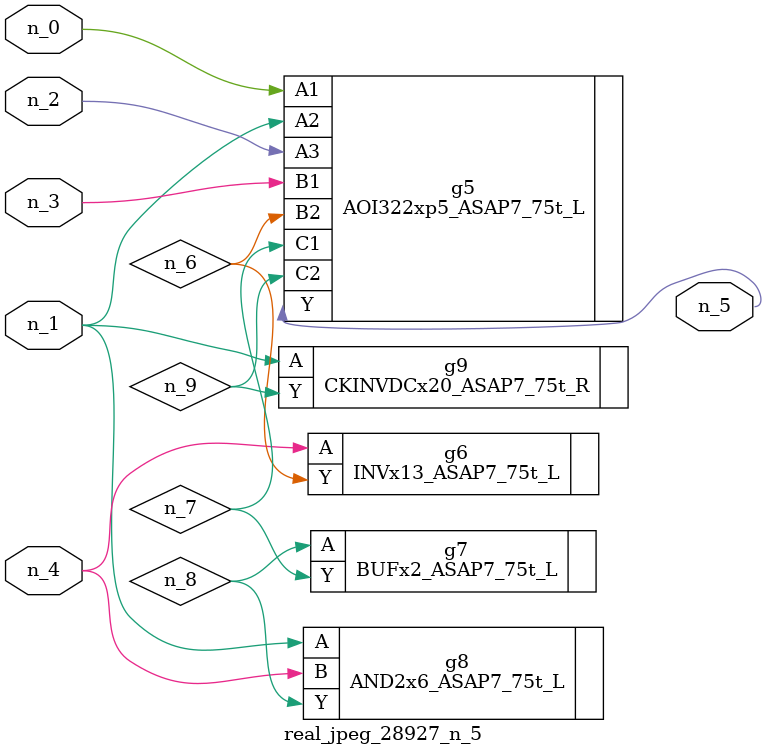
<source format=v>
module real_jpeg_28927_n_5 (n_4, n_0, n_1, n_2, n_3, n_5);

input n_4;
input n_0;
input n_1;
input n_2;
input n_3;

output n_5;

wire n_8;
wire n_6;
wire n_7;
wire n_9;

AOI322xp5_ASAP7_75t_L g5 ( 
.A1(n_0),
.A2(n_1),
.A3(n_2),
.B1(n_3),
.B2(n_6),
.C1(n_7),
.C2(n_9),
.Y(n_5)
);

AND2x6_ASAP7_75t_L g8 ( 
.A(n_1),
.B(n_4),
.Y(n_8)
);

CKINVDCx20_ASAP7_75t_R g9 ( 
.A(n_1),
.Y(n_9)
);

INVx13_ASAP7_75t_L g6 ( 
.A(n_4),
.Y(n_6)
);

BUFx2_ASAP7_75t_L g7 ( 
.A(n_8),
.Y(n_7)
);


endmodule
</source>
